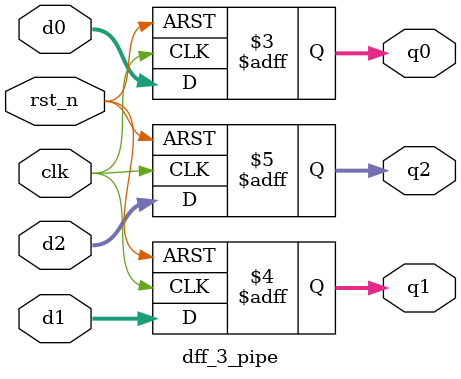
<source format=v>
`define DEBUG

module dff_3_pipe
#(
    parameter DATA_WIDTH = 8
)(
    input clk,
    input rst_n,
    input [DATA_WIDTH-1:0] d0,
    input [DATA_WIDTH-1:0] d1,
    input [DATA_WIDTH-1:0] d2,

    output reg [DATA_WIDTH-1:0] q0,
    output reg [DATA_WIDTH-1:0] q1,
    output reg [DATA_WIDTH-1:0] q2
);

always @(posedge clk or negedge rst_n)
begin : register_bank_3u
    if(~rst_n) begin
        q0 <= {DATA_WIDTH{1'b0}};
        q1 <= {DATA_WIDTH{1'b0}};
        q2 <= {DATA_WIDTH{1'b0}};
    end else begin
        q0 <= d0;
        q1 <= d1;
        q2 <= d2;
    end
end

endmodule/* --------------------------------------------------------------------------------

</source>
